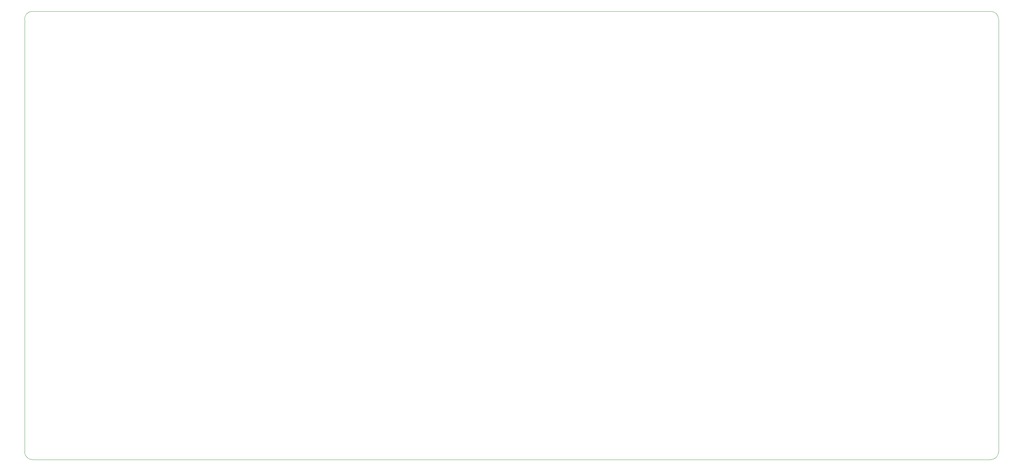
<source format=gbr>
%TF.GenerationSoftware,KiCad,Pcbnew,(5.1.7)-1*%
%TF.CreationDate,2020-10-28T15:09:14+05:30*%
%TF.ProjectId,AUVMEC2020,4155564d-4543-4323-9032-302e6b696361,rev?*%
%TF.SameCoordinates,Original*%
%TF.FileFunction,Profile,NP*%
%FSLAX46Y46*%
G04 Gerber Fmt 4.6, Leading zero omitted, Abs format (unit mm)*
G04 Created by KiCad (PCBNEW (5.1.7)-1) date 2020-10-28 15:09:14*
%MOMM*%
%LPD*%
G01*
G04 APERTURE LIST*
%TA.AperFunction,Profile*%
%ADD10C,0.100000*%
%TD*%
G04 APERTURE END LIST*
D10*
X335280000Y-163068000D02*
G75*
G02*
X333248000Y-165100000I-2032000J0D01*
G01*
X333248000Y-48260000D02*
G75*
G02*
X335280000Y-50292000I0J-2032000D01*
G01*
X81280000Y-50292000D02*
G75*
G02*
X83312000Y-48260000I2032000J0D01*
G01*
X83312000Y-165100000D02*
G75*
G02*
X81280000Y-163068000I0J2032000D01*
G01*
X335280000Y-50292000D02*
X335280000Y-163068000D01*
X83312000Y-48260000D02*
X333248000Y-48260000D01*
X81280000Y-163068000D02*
X81280000Y-50292000D01*
X333248000Y-165100000D02*
X83312000Y-165100000D01*
M02*

</source>
